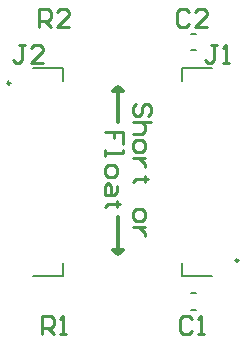
<source format=gto>
G04*
G04 #@! TF.GenerationSoftware,Altium Limited,Altium Designer,25.8.1 (18)*
G04*
G04 Layer_Color=65535*
%FSLAX44Y44*%
%MOMM*%
G71*
G04*
G04 #@! TF.SameCoordinates,EA15CCC8-5DA6-4286-B6DC-50CED7DD3932*
G04*
G04*
G04 #@! TF.FilePolarity,Positive*
G04*
G01*
G75*
%ADD10C,0.2500*%
%ADD11C,0.3000*%
%ADD12C,0.2000*%
%ADD13C,0.2540*%
D10*
X54700Y225000D02*
G03*
X54700Y225000I-1250J0D01*
G01*
X247800Y75000D02*
G03*
X247800Y75000I-1250J0D01*
G01*
D11*
X146000Y80000D02*
X150000Y84000D01*
X142000D02*
X150000D01*
X142000D02*
X146000Y80000D01*
Y112000D01*
X146000Y222000D02*
X150000Y218000D01*
X142000D02*
X150000D01*
X142000D02*
X146000Y222000D01*
Y192000D02*
Y222000D01*
D12*
X74250Y238250D02*
X99500D01*
X74250Y61750D02*
X99500D01*
Y72750D01*
Y227250D02*
Y238250D01*
X207750Y253000D02*
X212250D01*
X207750Y267000D02*
X212250D01*
X200500Y61750D02*
X225750D01*
X200500Y238250D02*
X225750D01*
X200500Y227250D02*
Y238250D01*
Y61750D02*
Y72750D01*
X207750Y33000D02*
X212250D01*
X207750Y47000D02*
X212250D01*
D13*
X149775Y173303D02*
Y183460D01*
X142157D01*
Y178382D01*
Y183460D01*
X134540D01*
Y168225D02*
Y163147D01*
Y165686D01*
X149775D01*
Y168225D01*
X134540Y152990D02*
Y147912D01*
X137079Y145372D01*
X142157D01*
X144697Y147912D01*
Y152990D01*
X142157Y155529D01*
X137079D01*
X134540Y152990D01*
X144697Y137755D02*
Y132676D01*
X142157Y130137D01*
X134540D01*
Y137755D01*
X137079Y140294D01*
X139618Y137755D01*
Y130137D01*
X147236Y122520D02*
X144697D01*
Y125059D01*
Y119981D01*
Y122520D01*
X137079D01*
X134540Y119981D01*
X171236Y197303D02*
X173775Y199842D01*
Y204921D01*
X171236Y207460D01*
X168697D01*
X166158Y204921D01*
Y199842D01*
X163618Y197303D01*
X161079D01*
X158540Y199842D01*
Y204921D01*
X161079Y207460D01*
X173775Y192225D02*
X158540D01*
X166158D01*
X168697Y189686D01*
Y184607D01*
X166158Y182068D01*
X158540D01*
Y174451D02*
Y169372D01*
X161079Y166833D01*
X166158D01*
X168697Y169372D01*
Y174451D01*
X166158Y176990D01*
X161079D01*
X158540Y174451D01*
X168697Y161755D02*
X158540D01*
X163618D01*
X166158Y159216D01*
X168697Y156676D01*
Y154137D01*
X171236Y143981D02*
X168697D01*
Y146520D01*
Y141441D01*
Y143981D01*
X161079D01*
X158540Y141441D01*
Y116050D02*
Y110971D01*
X161079Y108432D01*
X166158D01*
X168697Y110971D01*
Y116050D01*
X166158Y118589D01*
X161079D01*
X158540Y116050D01*
X168697Y103354D02*
X158540D01*
X163618D01*
X166158Y100815D01*
X168697Y98275D01*
Y95736D01*
X78804Y272383D02*
Y287617D01*
X86422D01*
X88961Y285078D01*
Y280000D01*
X86422Y277461D01*
X78804D01*
X83883D02*
X88961Y272383D01*
X104196D02*
X94039D01*
X104196Y282539D01*
Y285078D01*
X101657Y287617D01*
X96578D01*
X94039Y285078D01*
X81343Y12383D02*
Y27617D01*
X88961D01*
X91500Y25078D01*
Y20000D01*
X88961Y17461D01*
X81343D01*
X86422D02*
X91500Y12383D01*
X96578D02*
X101657D01*
X99118D01*
Y27617D01*
X96578Y25078D01*
X205961Y285078D02*
X203422Y287617D01*
X198343D01*
X195804Y285078D01*
Y274922D01*
X198343Y272383D01*
X203422D01*
X205961Y274922D01*
X221196Y272383D02*
X211039D01*
X221196Y282539D01*
Y285078D01*
X218657Y287617D01*
X213578D01*
X211039Y285078D01*
X208500Y25078D02*
X205961Y27617D01*
X200882D01*
X198343Y25078D01*
Y14922D01*
X200882Y12383D01*
X205961D01*
X208500Y14922D01*
X213578Y12383D02*
X218657D01*
X216118D01*
Y27617D01*
X213578Y25078D01*
X67461Y257617D02*
X62382D01*
X64922D01*
Y244922D01*
X62382Y242383D01*
X59843D01*
X57304Y244922D01*
X82696Y242383D02*
X72539D01*
X82696Y252539D01*
Y255078D01*
X80157Y257617D01*
X75078D01*
X72539Y255078D01*
X230000Y257617D02*
X224922D01*
X227461D01*
Y244922D01*
X224922Y242383D01*
X222383D01*
X219843Y244922D01*
X235078Y242383D02*
X240157D01*
X237618D01*
Y257617D01*
X235078Y255078D01*
M02*

</source>
